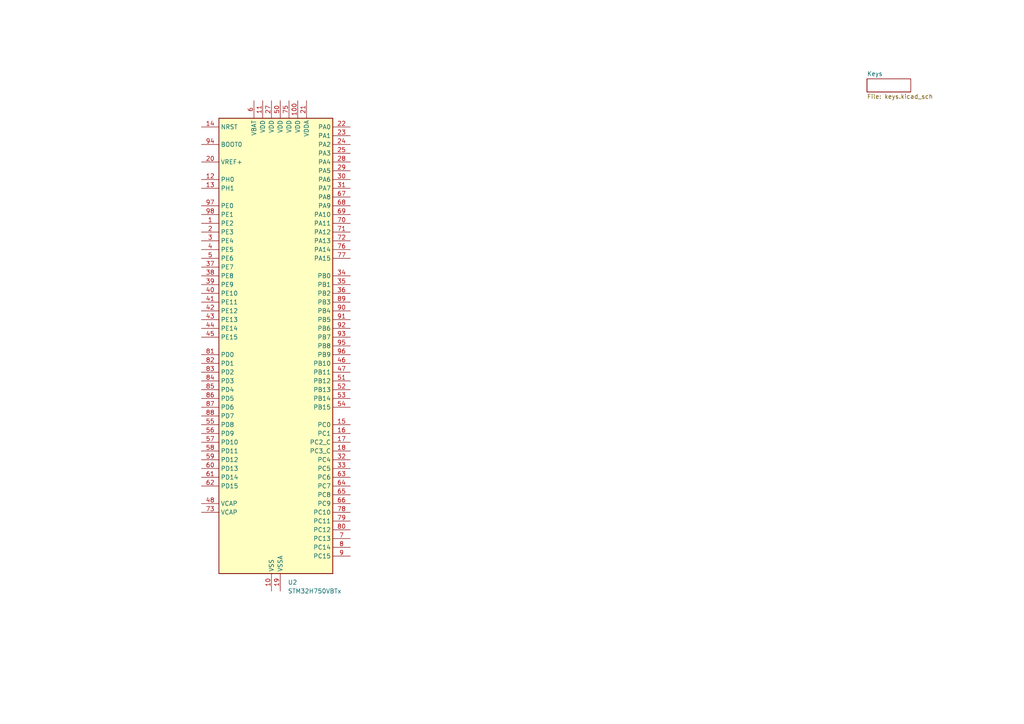
<source format=kicad_sch>
(kicad_sch (version 20230121) (generator eeschema)
  (paper "A4")
  (lib_symbols
    (symbol "MCU_ST_STM32H7:STM32H750VBTx"
      (property "Reference" "U" (at -15.24 67.31 0))
      (property "Value" "STM32H750VBTx" (at 12.7 67.31 0))
      (symbol "STM32H750VBTx_0_1"
        (rectangle (start -15.24 -66.04) (end 17.78 66.04) (stroke (width 0.254)) (fill (type background)))
      )
      (symbol "STM32H750VBTx_1_1"
        (pin bidirectional line (at -20.32 35.56 0) (length 5.08) (name "PE2") (number "1"))
        (pin power_in line (at 0 -71.12 90) (length 5.08) (name "VSS") (number "10"))
        (pin power_in line (at 7.62 71.12 270) (length 5.08) (name "VDD") (number "100"))
        (pin power_in line (at -2.54 71.12 270) (length 5.08) (name "VDD") (number "11"))
        (pin bidirectional line (at -20.32 48.26 0) (length 5.08) (name "PH0") (number "12"))
        (pin bidirectional line (at -20.32 45.72 0) (length 5.08) (name "PH1") (number "13"))
        (pin input line (at -20.32 63.5 0) (length 5.08) (name "NRST") (number "14"))
        (pin bidirectional line (at 22.86 -22.86 180) (length 5.08) (name "PC0") (number "15"))
        (pin bidirectional line (at 22.86 -25.4 180) (length 5.08) (name "PC1") (number "16"))
        (pin bidirectional line (at 22.86 -27.94 180) (length 5.08) (name "PC2_C") (number "17"))
        (pin bidirectional line (at 22.86 -30.48 180) (length 5.08) (name "PC3_C") (number "18"))
        (pin power_in line (at 2.54 -71.12 90) (length 5.08) (name "VSSA") (number "19"))
        (pin bidirectional line (at -20.32 33.02 0) (length 5.08) (name "PE3") (number "2"))
        (pin input line (at -20.32 53.34 0) (length 5.08) (name "VREF+") (number "20"))
        (pin power_in line (at 10.16 71.12 270) (length 5.08) (name "VDDA") (number "21"))
        (pin bidirectional line (at 22.86 63.5 180) (length 5.08) (name "PA0") (number "22"))
        (pin bidirectional line (at 22.86 60.96 180) (length 5.08) (name "PA1") (number "23"))
        (pin bidirectional line (at 22.86 58.42 180) (length 5.08) (name "PA2") (number "24"))
        (pin bidirectional line (at 22.86 55.88 180) (length 5.08) (name "PA3") (number "25"))
        (pin passive line (at 0 -71.12 90) (length 5.08) hide (name "VSS") (number "26"))
        (pin power_in line (at 0 71.12 270) (length 5.08) (name "VDD") (number "27"))
        (pin bidirectional line (at 22.86 53.34 180) (length 5.08) (name "PA4") (number "28"))
        (pin bidirectional line (at 22.86 50.8 180) (length 5.08) (name "PA5") (number "29"))
        (pin bidirectional line (at -20.32 30.48 0) (length 5.08) (name "PE4") (number "3"))
        (pin bidirectional line (at 22.86 48.26 180) (length 5.08) (name "PA6") (number "30"))
        (pin bidirectional line (at 22.86 45.72 180) (length 5.08) (name "PA7") (number "31"))
        (pin bidirectional line (at 22.86 -33.02 180) (length 5.08) (name "PC4") (number "32"))
        (pin bidirectional line (at 22.86 -35.56 180) (length 5.08) (name "PC5") (number "33"))
        (pin bidirectional line (at 22.86 20.32 180) (length 5.08) (name "PB0") (number "34"))
        (pin bidirectional line (at 22.86 17.78 180) (length 5.08) (name "PB1") (number "35"))
        (pin bidirectional line (at 22.86 15.24 180) (length 5.08) (name "PB2") (number "36"))
        (pin bidirectional line (at -20.32 22.86 0) (length 5.08) (name "PE7") (number "37"))
        (pin bidirectional line (at -20.32 20.32 0) (length 5.08) (name "PE8") (number "38"))
        (pin bidirectional line (at -20.32 17.78 0) (length 5.08) (name "PE9") (number "39"))
        (pin bidirectional line (at -20.32 27.94 0) (length 5.08) (name "PE5") (number "4"))
        (pin bidirectional line (at -20.32 15.24 0) (length 5.08) (name "PE10") (number "40"))
        (pin bidirectional line (at -20.32 12.7 0) (length 5.08) (name "PE11") (number "41"))
        (pin bidirectional line (at -20.32 10.16 0) (length 5.08) (name "PE12") (number "42"))
        (pin bidirectional line (at -20.32 7.62 0) (length 5.08) (name "PE13") (number "43"))
        (pin bidirectional line (at -20.32 5.08 0) (length 5.08) (name "PE14") (number "44"))
        (pin bidirectional line (at -20.32 2.54 0) (length 5.08) (name "PE15") (number "45"))
        (pin bidirectional line (at 22.86 -5.08 180) (length 5.08) (name "PB10") (number "46"))
        (pin bidirectional line (at 22.86 -7.62 180) (length 5.08) (name "PB11") (number "47"))
        (pin power_out line (at -20.32 -45.72 0) (length 5.08) (name "VCAP") (number "48"))
        (pin passive line (at 0 -71.12 90) (length 5.08) hide (name "VSS") (number "49"))
        (pin bidirectional line (at -20.32 25.4 0) (length 5.08) (name "PE6") (number "5"))
        (pin power_in line (at 2.54 71.12 270) (length 5.08) (name "VDD") (number "50"))
        (pin bidirectional line (at 22.86 -10.16 180) (length 5.08) (name "PB12") (number "51"))
        (pin bidirectional line (at 22.86 -12.7 180) (length 5.08) (name "PB13") (number "52"))
        (pin bidirectional line (at 22.86 -15.24 180) (length 5.08) (name "PB14") (number "53"))
        (pin bidirectional line (at 22.86 -17.78 180) (length 5.08) (name "PB15") (number "54"))
        (pin bidirectional line (at -20.32 -22.86 0) (length 5.08) (name "PD8") (number "55"))
        (pin bidirectional line (at -20.32 -25.4 0) (length 5.08) (name "PD9") (number "56"))
        (pin bidirectional line (at -20.32 -27.94 0) (length 5.08) (name "PD10") (number "57"))
        (pin bidirectional line (at -20.32 -30.48 0) (length 5.08) (name "PD11") (number "58"))
        (pin bidirectional line (at -20.32 -33.02 0) (length 5.08) (name "PD12") (number "59"))
        (pin power_in line (at -5.08 71.12 270) (length 5.08) (name "VBAT") (number "6"))
        (pin bidirectional line (at -20.32 -35.56 0) (length 5.08) (name "PD13") (number "60"))
        (pin bidirectional line (at -20.32 -38.1 0) (length 5.08) (name "PD14") (number "61"))
        (pin bidirectional line (at -20.32 -40.64 0) (length 5.08) (name "PD15") (number "62"))
        (pin bidirectional line (at 22.86 -38.1 180) (length 5.08) (name "PC6") (number "63"))
        (pin bidirectional line (at 22.86 -40.64 180) (length 5.08) (name "PC7") (number "64"))
        (pin bidirectional line (at 22.86 -43.18 180) (length 5.08) (name "PC8") (number "65"))
        (pin bidirectional line (at 22.86 -45.72 180) (length 5.08) (name "PC9") (number "66"))
        (pin bidirectional line (at 22.86 43.18 180) (length 5.08) (name "PA8") (number "67"))
        (pin bidirectional line (at 22.86 40.64 180) (length 5.08) (name "PA9") (number "68"))
        (pin bidirectional line (at 22.86 38.1 180) (length 5.08) (name "PA10") (number "69"))
        (pin bidirectional line (at 22.86 -55.88 180) (length 5.08) (name "PC13") (number "7"))
        (pin bidirectional line (at 22.86 35.56 180) (length 5.08) (name "PA11") (number "70"))
        (pin bidirectional line (at 22.86 33.02 180) (length 5.08) (name "PA12") (number "71"))
        (pin bidirectional line (at 22.86 30.48 180) (length 5.08) (name "PA13") (number "72"))
        (pin power_out line (at -20.32 -48.26 0) (length 5.08) (name "VCAP") (number "73"))
        (pin passive line (at 0 -71.12 90) (length 5.08) hide (name "VSS") (number "74"))
        (pin power_in line (at 5.08 71.12 270) (length 5.08) (name "VDD") (number "75"))
        (pin bidirectional line (at 22.86 27.94 180) (length 5.08) (name "PA14") (number "76"))
        (pin bidirectional line (at 22.86 25.4 180) (length 5.08) (name "PA15") (number "77"))
        (pin bidirectional line (at 22.86 -48.26 180) (length 5.08) (name "PC10") (number "78"))
        (pin bidirectional line (at 22.86 -50.8 180) (length 5.08) (name "PC11") (number "79"))
        (pin bidirectional line (at 22.86 -58.42 180) (length 5.08) (name "PC14") (number "8"))
        (pin bidirectional line (at 22.86 -53.34 180) (length 5.08) (name "PC12") (number "80"))
        (pin bidirectional line (at -20.32 -2.54 0) (length 5.08) (name "PD0") (number "81"))
        (pin bidirectional line (at -20.32 -5.08 0) (length 5.08) (name "PD1") (number "82"))
        (pin bidirectional line (at -20.32 -7.62 0) (length 5.08) (name "PD2") (number "83"))
        (pin bidirectional line (at -20.32 -10.16 0) (length 5.08) (name "PD3") (number "84"))
        (pin bidirectional line (at -20.32 -12.7 0) (length 5.08) (name "PD4") (number "85"))
        (pin bidirectional line (at -20.32 -15.24 0) (length 5.08) (name "PD5") (number "86"))
        (pin bidirectional line (at -20.32 -17.78 0) (length 5.08) (name "PD6") (number "87"))
        (pin bidirectional line (at -20.32 -20.32 0) (length 5.08) (name "PD7") (number "88"))
        (pin bidirectional line (at 22.86 12.7 180) (length 5.08) (name "PB3") (number "89"))
        (pin bidirectional line (at 22.86 -60.96 180) (length 5.08) (name "PC15") (number "9"))
        (pin bidirectional line (at 22.86 10.16 180) (length 5.08) (name "PB4") (number "90"))
        (pin bidirectional line (at 22.86 7.62 180) (length 5.08) (name "PB5") (number "91"))
        (pin bidirectional line (at 22.86 5.08 180) (length 5.08) (name "PB6") (number "92"))
        (pin bidirectional line (at 22.86 2.54 180) (length 5.08) (name "PB7") (number "93"))
        (pin input line (at -20.32 58.42 0) (length 5.08) (name "BOOT0") (number "94"))
        (pin bidirectional line (at 22.86 0 180) (length 5.08) (name "PB8") (number "95"))
        (pin bidirectional line (at 22.86 -2.54 180) (length 5.08) (name "PB9") (number "96"))
        (pin bidirectional line (at -20.32 40.64 0) (length 5.08) (name "PE0") (number "97"))
        (pin bidirectional line (at -20.32 38.1 0) (length 5.08) (name "PE1") (number "98"))
        (pin passive line (at 0 -71.12 90) (length 5.08) hide (name "VSS") (number "99"))
      )
    )
  )
  (symbol (lib_id "MCU_ST_STM32H7:STM32H750VBTx") (at 78.74 100.33 0) (unit 1)
    (property "Reference" "U2" (at 83.4741 168.91 0) (effects (justify left)))
    (property "Value" "STM32H750VBTx" (at 83.4741 171.45 0) (effects (justify left)))
    (property "Footprint" "Package_QFP:LQFP-100_14x14mm_P0.5mm" (effects hide))
    (property "Datasheet" "https://www.st.com/resource/en/datasheet/stm32h750vb.pdf" (effects hide))
  )
  (sheet (at 251.46 22.86) (size 12.7 3.81) (stroke (width 0.1524))
    (property "Sheetname" "Keys" (at 251.46 22.1484 0) (effects (justify left bottom)))
    (property "Sheetfile" "keys.kicad_sch" (at 251.46 27.2546 0) (effects (justify left top)))
  )
)
</source>
